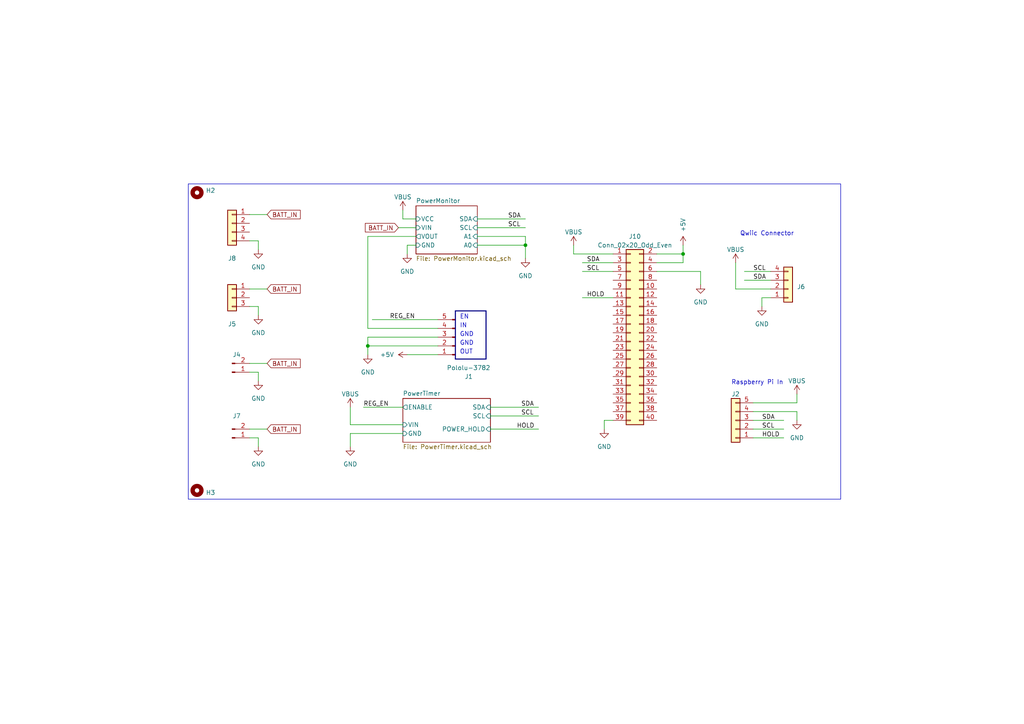
<source format=kicad_sch>
(kicad_sch (version 20220404) (generator eeschema)
  (paper "A4")
  (lib_symbols
    (symbol "Connector:Conn_01x02_Male" (pin_names (offset 1.016) hide)
      (property "Reference" "J" (at 0 2.54 0))
      (property "Value" "Conn_01x02_Male" (at 0 -5.08 0))
      (symbol "Conn_01x02_Male_1_1"
        (polyline (pts (xy 1.27 -2.54) (xy 0.8636 -2.54)) (stroke (width 0.1524)))
        (polyline (pts (xy 1.27 0) (xy 0.8636 0)) (stroke (width 0.1524)))
        (rectangle (start 0.8636 -2.413) (end 0 -2.667) (stroke (width 0.1524)) (fill (type outline)))
        (rectangle (start 0.8636 0.127) (end 0 -0.127) (stroke (width 0.1524)) (fill (type outline)))
        (pin passive line (at 5.08 0 180) (length 3.81) (name "Pin_1") (number "1"))
        (pin passive line (at 5.08 -2.54 180) (length 3.81) (name "Pin_2") (number "2"))
      )
    )
    (symbol "Connector:Conn_01x05_Male" (pin_names (offset 1.016) hide)
      (property "Reference" "J" (at 0 7.62 0))
      (property "Value" "Conn_01x05_Male" (at 0 -7.62 0))
      (symbol "Conn_01x05_Male_1_1"
        (polyline (pts (xy 1.27 -5.08) (xy 0.8636 -5.08)) (stroke (width 0.1524)))
        (polyline (pts (xy 1.27 -2.54) (xy 0.8636 -2.54)) (stroke (width 0.1524)))
        (polyline (pts (xy 1.27 0) (xy 0.8636 0)) (stroke (width 0.1524)))
        (polyline (pts (xy 1.27 2.54) (xy 0.8636 2.54)) (stroke (width 0.1524)))
        (polyline (pts (xy 1.27 5.08) (xy 0.8636 5.08)) (stroke (width 0.1524)))
        (rectangle (start 0.8636 -4.953) (end 0 -5.207) (stroke (width 0.1524)) (fill (type outline)))
        (rectangle (start 0.8636 -2.413) (end 0 -2.667) (stroke (width 0.1524)) (fill (type outline)))
        (rectangle (start 0.8636 0.127) (end 0 -0.127) (stroke (width 0.1524)) (fill (type outline)))
        (rectangle (start 0.8636 2.667) (end 0 2.413) (stroke (width 0.1524)) (fill (type outline)))
        (rectangle (start 0.8636 5.207) (end 0 4.953) (stroke (width 0.1524)) (fill (type outline)))
        (pin passive line (at 5.08 5.08 180) (length 3.81) (name "Pin_1") (number "1"))
        (pin passive line (at 5.08 2.54 180) (length 3.81) (name "Pin_2") (number "2"))
        (pin passive line (at 5.08 0 180) (length 3.81) (name "Pin_3") (number "3"))
        (pin passive line (at 5.08 -2.54 180) (length 3.81) (name "Pin_4") (number "4"))
        (pin passive line (at 5.08 -5.08 180) (length 3.81) (name "Pin_5") (number "5"))
      )
    )
    (symbol "Connector_Generic:Conn_01x03" (pin_names (offset 1.016) hide)
      (property "Reference" "J" (at 0 5.08 0))
      (property "Value" "Conn_01x03" (at 0 -5.08 0))
      (symbol "Conn_01x03_1_1"
        (rectangle (start -1.27 -2.413) (end 0 -2.667) (stroke (width 0.1524)))
        (rectangle (start -1.27 0.127) (end 0 -0.127) (stroke (width 0.1524)))
        (rectangle (start -1.27 2.667) (end 0 2.413) (stroke (width 0.1524)))
        (rectangle (start -1.27 3.81) (end 1.27 -3.81) (stroke (width 0.254)) (fill (type background)))
        (pin passive line (at -5.08 2.54 0) (length 3.81) (name "Pin_1") (number "1"))
        (pin passive line (at -5.08 0 0) (length 3.81) (name "Pin_2") (number "2"))
        (pin passive line (at -5.08 -2.54 0) (length 3.81) (name "Pin_3") (number "3"))
      )
    )
    (symbol "Connector_Generic:Conn_01x04" (pin_names (offset 1.016) hide)
      (property "Reference" "J" (at 0 5.08 0))
      (property "Value" "Conn_01x04" (at 0 -7.62 0))
      (symbol "Conn_01x04_1_1"
        (rectangle (start -1.27 -4.953) (end 0 -5.207) (stroke (width 0.1524)))
        (rectangle (start -1.27 -2.413) (end 0 -2.667) (stroke (width 0.1524)))
        (rectangle (start -1.27 0.127) (end 0 -0.127) (stroke (width 0.1524)))
        (rectangle (start -1.27 2.667) (end 0 2.413) (stroke (width 0.1524)))
        (rectangle (start -1.27 3.81) (end 1.27 -6.35) (stroke (width 0.254)) (fill (type background)))
        (pin passive line (at -5.08 2.54 0) (length 3.81) (name "Pin_1") (number "1"))
        (pin passive line (at -5.08 0 0) (length 3.81) (name "Pin_2") (number "2"))
        (pin passive line (at -5.08 -2.54 0) (length 3.81) (name "Pin_3") (number "3"))
        (pin passive line (at -5.08 -5.08 0) (length 3.81) (name "Pin_4") (number "4"))
      )
    )
    (symbol "Connector_Generic:Conn_01x05" (pin_names (offset 1.016) hide)
      (property "Reference" "J" (at 0 7.62 0))
      (property "Value" "Conn_01x05" (at 0 -7.62 0))
      (symbol "Conn_01x05_1_1"
        (rectangle (start -1.27 -4.953) (end 0 -5.207) (stroke (width 0.1524)))
        (rectangle (start -1.27 -2.413) (end 0 -2.667) (stroke (width 0.1524)))
        (rectangle (start -1.27 0.127) (end 0 -0.127) (stroke (width 0.1524)))
        (rectangle (start -1.27 2.667) (end 0 2.413) (stroke (width 0.1524)))
        (rectangle (start -1.27 5.207) (end 0 4.953) (stroke (width 0.1524)))
        (rectangle (start -1.27 6.35) (end 1.27 -6.35) (stroke (width 0.254)) (fill (type background)))
        (pin passive line (at -5.08 5.08 0) (length 3.81) (name "Pin_1") (number "1"))
        (pin passive line (at -5.08 2.54 0) (length 3.81) (name "Pin_2") (number "2"))
        (pin passive line (at -5.08 0 0) (length 3.81) (name "Pin_3") (number "3"))
        (pin passive line (at -5.08 -2.54 0) (length 3.81) (name "Pin_4") (number "4"))
        (pin passive line (at -5.08 -5.08 0) (length 3.81) (name "Pin_5") (number "5"))
      )
    )
    (symbol "Connector_Generic:Conn_02x20_Odd_Even" (pin_names (offset 1.016) hide)
      (property "Reference" "J" (at 1.27 25.4 0))
      (property "Value" "Conn_02x20_Odd_Even" (at 1.27 -27.94 0))
      (symbol "Conn_02x20_Odd_Even_1_1"
        (rectangle (start -1.27 -25.273) (end 0 -25.527) (stroke (width 0.1524)))
        (rectangle (start -1.27 -22.733) (end 0 -22.987) (stroke (width 0.1524)))
        (rectangle (start -1.27 -20.193) (end 0 -20.447) (stroke (width 0.1524)))
        (rectangle (start -1.27 -17.653) (end 0 -17.907) (stroke (width 0.1524)))
        (rectangle (start -1.27 -15.113) (end 0 -15.367) (stroke (width 0.1524)))
        (rectangle (start -1.27 -12.573) (end 0 -12.827) (stroke (width 0.1524)))
        (rectangle (start -1.27 -10.033) (end 0 -10.287) (stroke (width 0.1524)))
        (rectangle (start -1.27 -7.493) (end 0 -7.747) (stroke (width 0.1524)))
        (rectangle (start -1.27 -4.953) (end 0 -5.207) (stroke (width 0.1524)))
        (rectangle (start -1.27 -2.413) (end 0 -2.667) (stroke (width 0.1524)))
        (rectangle (start -1.27 0.127) (end 0 -0.127) (stroke (width 0.1524)))
        (rectangle (start -1.27 2.667) (end 0 2.413) (stroke (width 0.1524)))
        (rectangle (start -1.27 5.207) (end 0 4.953) (stroke (width 0.1524)))
        (rectangle (start -1.27 7.747) (end 0 7.493) (stroke (width 0.1524)))
        (rectangle (start -1.27 10.287) (end 0 10.033) (stroke (width 0.1524)))
        (rectangle (start -1.27 12.827) (end 0 12.573) (stroke (width 0.1524)))
        (rectangle (start -1.27 15.367) (end 0 15.113) (stroke (width 0.1524)))
        (rectangle (start -1.27 17.907) (end 0 17.653) (stroke (width 0.1524)))
        (rectangle (start -1.27 20.447) (end 0 20.193) (stroke (width 0.1524)))
        (rectangle (start -1.27 22.987) (end 0 22.733) (stroke (width 0.1524)))
        (rectangle (start -1.27 24.13) (end 3.81 -26.67) (stroke (width 0.254)) (fill (type background)))
        (rectangle (start 3.81 -25.273) (end 2.54 -25.527) (stroke (width 0.1524)))
        (rectangle (start 3.81 -22.733) (end 2.54 -22.987) (stroke (width 0.1524)))
        (rectangle (start 3.81 -20.193) (end 2.54 -20.447) (stroke (width 0.1524)))
        (rectangle (start 3.81 -17.653) (end 2.54 -17.907) (stroke (width 0.1524)))
        (rectangle (start 3.81 -15.113) (end 2.54 -15.367) (stroke (width 0.1524)))
        (rectangle (start 3.81 -12.573) (end 2.54 -12.827) (stroke (width 0.1524)))
        (rectangle (start 3.81 -10.033) (end 2.54 -10.287) (stroke (width 0.1524)))
        (rectangle (start 3.81 -7.493) (end 2.54 -7.747) (stroke (width 0.1524)))
        (rectangle (start 3.81 -4.953) (end 2.54 -5.207) (stroke (width 0.1524)))
        (rectangle (start 3.81 -2.413) (end 2.54 -2.667) (stroke (width 0.1524)))
        (rectangle (start 3.81 0.127) (end 2.54 -0.127) (stroke (width 0.1524)))
        (rectangle (start 3.81 2.667) (end 2.54 2.413) (stroke (width 0.1524)))
        (rectangle (start 3.81 5.207) (end 2.54 4.953) (stroke (width 0.1524)))
        (rectangle (start 3.81 7.747) (end 2.54 7.493) (stroke (width 0.1524)))
        (rectangle (start 3.81 10.287) (end 2.54 10.033) (stroke (width 0.1524)))
        (rectangle (start 3.81 12.827) (end 2.54 12.573) (stroke (width 0.1524)))
        (rectangle (start 3.81 15.367) (end 2.54 15.113) (stroke (width 0.1524)))
        (rectangle (start 3.81 17.907) (end 2.54 17.653) (stroke (width 0.1524)))
        (rectangle (start 3.81 20.447) (end 2.54 20.193) (stroke (width 0.1524)))
        (rectangle (start 3.81 22.987) (end 2.54 22.733) (stroke (width 0.1524)))
        (pin passive line (at -5.08 22.86 0) (length 3.81) (name "Pin_1") (number "1"))
        (pin passive line (at 7.62 12.7 180) (length 3.81) (name "Pin_10") (number "10"))
        (pin passive line (at -5.08 10.16 0) (length 3.81) (name "Pin_11") (number "11"))
        (pin passive line (at 7.62 10.16 180) (length 3.81) (name "Pin_12") (number "12"))
        (pin passive line (at -5.08 7.62 0) (length 3.81) (name "Pin_13") (number "13"))
        (pin passive line (at 7.62 7.62 180) (length 3.81) (name "Pin_14") (number "14"))
        (pin passive line (at -5.08 5.08 0) (length 3.81) (name "Pin_15") (number "15"))
        (pin passive line (at 7.62 5.08 180) (length 3.81) (name "Pin_16") (number "16"))
        (pin passive line (at -5.08 2.54 0) (length 3.81) (name "Pin_17") (number "17"))
        (pin passive line (at 7.62 2.54 180) (length 3.81) (name "Pin_18") (number "18"))
        (pin passive line (at -5.08 0 0) (length 3.81) (name "Pin_19") (number "19"))
        (pin passive line (at 7.62 22.86 180) (length 3.81) (name "Pin_2") (number "2"))
        (pin passive line (at 7.62 0 180) (length 3.81) (name "Pin_20") (number "20"))
        (pin passive line (at -5.08 -2.54 0) (length 3.81) (name "Pin_21") (number "21"))
        (pin passive line (at 7.62 -2.54 180) (length 3.81) (name "Pin_22") (number "22"))
        (pin passive line (at -5.08 -5.08 0) (length 3.81) (name "Pin_23") (number "23"))
        (pin passive line (at 7.62 -5.08 180) (length 3.81) (name "Pin_24") (number "24"))
        (pin passive line (at -5.08 -7.62 0) (length 3.81) (name "Pin_25") (number "25"))
        (pin passive line (at 7.62 -7.62 180) (length 3.81) (name "Pin_26") (number "26"))
        (pin passive line (at -5.08 -10.16 0) (length 3.81) (name "Pin_27") (number "27"))
        (pin passive line (at 7.62 -10.16 180) (length 3.81) (name "Pin_28") (number "28"))
        (pin passive line (at -5.08 -12.7 0) (length 3.81) (name "Pin_29") (number "29"))
        (pin passive line (at -5.08 20.32 0) (length 3.81) (name "Pin_3") (number "3"))
        (pin passive line (at 7.62 -12.7 180) (length 3.81) (name "Pin_30") (number "30"))
        (pin passive line (at -5.08 -15.24 0) (length 3.81) (name "Pin_31") (number "31"))
        (pin passive line (at 7.62 -15.24 180) (length 3.81) (name "Pin_32") (number "32"))
        (pin passive line (at -5.08 -17.78 0) (length 3.81) (name "Pin_33") (number "33"))
        (pin passive line (at 7.62 -17.78 180) (length 3.81) (name "Pin_34") (number "34"))
        (pin passive line (at -5.08 -20.32 0) (length 3.81) (name "Pin_35") (number "35"))
        (pin passive line (at 7.62 -20.32 180) (length 3.81) (name "Pin_36") (number "36"))
        (pin passive line (at -5.08 -22.86 0) (length 3.81) (name "Pin_37") (number "37"))
        (pin passive line (at 7.62 -22.86 180) (length 3.81) (name "Pin_38") (number "38"))
        (pin passive line (at -5.08 -25.4 0) (length 3.81) (name "Pin_39") (number "39"))
        (pin passive line (at 7.62 20.32 180) (length 3.81) (name "Pin_4") (number "4"))
        (pin passive line (at 7.62 -25.4 180) (length 3.81) (name "Pin_40") (number "40"))
        (pin passive line (at -5.08 17.78 0) (length 3.81) (name "Pin_5") (number "5"))
        (pin passive line (at 7.62 17.78 180) (length 3.81) (name "Pin_6") (number "6"))
        (pin passive line (at -5.08 15.24 0) (length 3.81) (name "Pin_7") (number "7"))
        (pin passive line (at 7.62 15.24 180) (length 3.81) (name "Pin_8") (number "8"))
        (pin passive line (at -5.08 12.7 0) (length 3.81) (name "Pin_9") (number "9"))
      )
    )
    (symbol "Mechanical:MountingHole" (pin_names (offset 1.016))
      (property "Reference" "H" (at 0 5.08 0))
      (property "Value" "MountingHole" (at 0 3.175 0))
      (symbol "MountingHole_0_1"
        (circle (center 0 0) (radius 1.27) (stroke (width 1.27)))
      )
    )
    (symbol "power:+5V" (power) (pin_names (offset 0))
      (property "Value" "+5V" (at 0 3.556 0))
      (symbol "+5V_0_1"
        (polyline (pts (xy -0.762 1.27) (xy 0 2.54)))
        (polyline (pts (xy 0 0) (xy 0 2.54)))
        (polyline (pts (xy 0 2.54) (xy 0.762 1.27)))
      )
      (symbol "+5V_1_1"
        (pin power_in line (at 0 0 90) (length 0) hide (name "+5V") (number "1"))
      )
    )
    (symbol "power:GND" (power) (pin_names (offset 0))
      (property "Value" "GND" (at 0 -3.81 0))
      (symbol "GND_0_1"
        (polyline (pts (xy 0 0) (xy 0 -1.27) (xy 1.27 -1.27) (xy 0 -2.54) (xy -1.27 -1.27) (xy 0 -1.27)))
      )
      (symbol "GND_1_1"
        (pin power_in line (at 0 0 270) (length 0) hide (name "GND") (number "1"))
      )
    )
    (symbol "power:VBUS" (power) (pin_names (offset 0))
      (property "Value" "VBUS" (at 0 3.81 0))
      (symbol "VBUS_0_1"
        (polyline (pts (xy -0.762 1.27) (xy 0 2.54)))
        (polyline (pts (xy 0 0) (xy 0 2.54)))
        (polyline (pts (xy 0 2.54) (xy 0.762 1.27)))
      )
      (symbol "VBUS_1_1"
        (pin power_in line (at 0 0 90) (length 0) hide (name "VBUS") (number "1"))
      )
    )
  )
  (junction (at 152.4 71.12))
  (junction (at 106.68 100.33))
  (junction (at 198.12 73.66))
  (wire (pts (xy 215.9 81.28) (xy 223.52 81.28)))
  (wire (pts (xy 118.11 71.12) (xy 120.65 71.12)))
  (wire (pts (xy 213.36 76.2) (xy 213.36 83.82)))
  (wire (pts (xy 166.37 71.12) (xy 166.37 73.66)))
  (wire (pts (xy 116.84 63.5) (xy 120.65 63.5)))
  (wire (pts (xy 101.6 123.19) (xy 116.84 123.19)))
  (wire (pts (xy 115.57 66.04) (xy 120.65 66.04)))
  (wire (pts (xy 231.14 119.38) (xy 218.44 119.38)))
  (wire (pts (xy 223.52 86.36) (xy 220.98 86.36)))
  (wire (pts (xy 168.91 78.74) (xy 177.8 78.74)))
  (wire (pts (xy 203.2 82.55) (xy 203.2 78.74)))
  (wire (pts (xy 116.84 60.96) (xy 116.84 63.5)))
  (wire (pts (xy 106.68 100.33) (xy 106.68 102.87)))
  (wire (pts (xy 218.44 121.92) (xy 227.33 121.92)))
  (wire (pts (xy 190.5 76.2) (xy 198.12 76.2)))
  (wire (pts (xy 72.39 127) (xy 74.93 127)))
  (wire (pts (xy 101.6 118.11) (xy 101.6 123.19)))
  (wire (pts (xy 106.68 97.79) (xy 106.68 100.33)))
  (wire (pts (xy 72.39 105.41) (xy 77.47 105.41)))
  (wire (pts (xy 198.12 73.66) (xy 198.12 71.12)))
  (wire (pts (xy 218.44 127) (xy 227.33 127)))
  (wire (pts (xy 168.91 76.2) (xy 177.8 76.2)))
  (wire (pts (xy 116.84 125.73) (xy 101.6 125.73)))
  (wire (pts (xy 72.39 88.9) (xy 74.93 88.9)))
  (wire (pts (xy 142.24 118.11) (xy 156.21 118.11)))
  (wire (pts (xy 106.68 100.33) (xy 127 100.33)))
  (wire (pts (xy 198.12 76.2) (xy 198.12 73.66)))
  (bus (pts (xy 132.08 104.14) (xy 140.97 104.14)))
  (wire (pts (xy 138.43 63.5) (xy 152.4 63.5)))
  (wire (pts (xy 72.39 124.46) (xy 77.47 124.46)))
  (wire (pts (xy 213.36 83.82) (xy 223.52 83.82)))
  (wire (pts (xy 138.43 66.04) (xy 152.4 66.04)))
  (wire (pts (xy 218.44 116.84) (xy 231.14 116.84)))
  (wire (pts (xy 175.26 121.92) (xy 175.26 124.46)))
  (wire (pts (xy 74.93 69.85) (xy 74.93 72.39)))
  (wire (pts (xy 231.14 121.92) (xy 231.14 119.38)))
  (wire (pts (xy 152.4 68.58) (xy 138.43 68.58)))
  (wire (pts (xy 72.39 83.82) (xy 77.47 83.82)))
  (wire (pts (xy 218.44 124.46) (xy 227.33 124.46)))
  (wire (pts (xy 72.39 107.95) (xy 74.93 107.95)))
  (bus (pts (xy 140.97 104.14) (xy 140.97 90.17)))
  (wire (pts (xy 116.84 118.11) (xy 105.41 118.11)))
  (wire (pts (xy 177.8 121.92) (xy 175.26 121.92)))
  (bus (pts (xy 132.08 90.17) (xy 140.97 90.17)))
  (wire (pts (xy 106.68 97.79) (xy 127 97.79)))
  (wire (pts (xy 190.5 73.66) (xy 198.12 73.66)))
  (wire (pts (xy 72.39 62.23) (xy 77.47 62.23)))
  (wire (pts (xy 106.68 68.58) (xy 106.68 95.25)))
  (bus (pts (xy 132.08 90.17) (xy 132.08 104.14)))
  (wire (pts (xy 168.91 86.36) (xy 177.8 86.36)))
  (wire (pts (xy 215.9 78.74) (xy 223.52 78.74)))
  (wire (pts (xy 138.43 71.12) (xy 152.4 71.12)))
  (wire (pts (xy 74.93 127) (xy 74.93 129.54)))
  (wire (pts (xy 142.24 124.46) (xy 156.21 124.46)))
  (wire (pts (xy 152.4 74.93) (xy 152.4 71.12)))
  (wire (pts (xy 231.14 116.84) (xy 231.14 114.3)))
  (wire (pts (xy 107.95 92.71) (xy 127 92.71)))
  (wire (pts (xy 166.37 73.66) (xy 177.8 73.66)))
  (wire (pts (xy 74.93 107.95) (xy 74.93 110.49)))
  (wire (pts (xy 106.68 68.58) (xy 120.65 68.58)))
  (wire (pts (xy 74.93 88.9) (xy 74.93 91.44)))
  (wire (pts (xy 118.11 102.87) (xy 127 102.87)))
  (wire (pts (xy 72.39 69.85) (xy 74.93 69.85)))
  (wire (pts (xy 101.6 125.73) (xy 101.6 129.54)))
  (wire (pts (xy 220.98 86.36) (xy 220.98 88.9)))
  (wire (pts (xy 152.4 71.12) (xy 152.4 68.58)))
  (wire (pts (xy 106.68 95.25) (xy 127 95.25)))
  (wire (pts (xy 142.24 120.65) (xy 156.21 120.65)))
  (wire (pts (xy 118.11 71.12) (xy 118.11 73.66)))
  (wire (pts (xy 203.2 78.74) (xy 190.5 78.74)))
  (rectangle (start 54.61 53.34) (end 243.84 144.78))
  (text "IN" (at 133.35 95.25 0) (effects (font (size 1.27 1.27)) (justify left bottom)))
  (text "Raspberry Pi In" (at 212.09 111.76 0) (effects (font (size 1.27 1.27)) (justify left bottom)))
  (text "EN" (at 133.35 92.71 0) (effects (font (size 1.27 1.27)) (justify left bottom)))
  (text "GND" (at 133.35 100.33 0) (effects (font (size 1.27 1.27)) (justify left bottom)))
  (text "Qwiic Connector" (at 214.63 68.58 0) (effects (font (size 1.27 1.27)) (justify left bottom)))
  (text "GND" (at 133.35 97.79 0) (effects (font (size 1.27 1.27)) (justify left bottom)))
  (text "OUT" (at 133.35 102.87 0) (effects (font (size 1.27 1.27)) (justify left bottom)))
  (label "SCL" (at 170.18 78.74 0))
  (label "SDA" (at 151.13 118.11 0))
  (label "SCL" (at 147.32 66.04 0))
  (label "HOLD" (at 220.98 127 0))
  (label "SCL" (at 151.13 120.65 0))
  (label "HOLD" (at 149.86 124.46 0))
  (label "SDA" (at 147.32 63.5 0))
  (label "SCL" (at 220.98 124.46 0))
  (label "SDA" (at 218.44 81.28 0))
  (label "SCL" (at 218.44 78.74 0))
  (label "REG_EN" (at 113.03 92.71 0))
  (label "REG_EN" (at 105.41 118.11 0))
  (label "SDA" (at 220.98 121.92 0))
  (label "SDA" (at 170.18 76.2 0))
  (label "HOLD" (at 170.18 86.36 0))
  (global_label "BATT_IN" (shape input) (at 77.47 83.82 0) (property "Intersheetrefs" "${INTERSHEET_REFS}" (effects hide)))
  (global_label "BATT_IN" (shape input) (at 115.57 66.04 180) (property "Intersheetrefs" "${INTERSHEET_REFS}" (effects hide)))
  (global_label "BATT_IN" (shape input) (at 77.47 105.41 0) (property "Intersheetrefs" "${INTERSHEET_REFS}" (effects hide)))
  (global_label "BATT_IN" (shape input) (at 77.47 124.46 0) (property "Intersheetrefs" "${INTERSHEET_REFS}" (effects hide)))
  (global_label "BATT_IN" (shape input) (at 77.47 62.23 0) (property "Intersheetrefs" "${INTERSHEET_REFS}" (effects hide)))
  (symbol (lib_id "power:GND") (at 152.4 74.93 0) (unit 1)
    (default_instance (reference "#PWR") (unit 1) (value "GND") (footprint ""))
    (property "Reference" "#PWR0106" (effects hide))
    (property "Value" "GND" (at 152.4 80.01 0))
  )
  (symbol (lib_id "power:VBUS") (at 213.36 76.2 0) (unit 1)
    (default_instance (reference "#PWR") (unit 1) (value "VBUS") (footprint ""))
    (property "Reference" "#PWR0104" (effects hide))
    (property "Value" "VBUS" (at 213.36 72.39 0))
  )
  (symbol (lib_id "Connector_Generic:Conn_01x05") (at 213.36 121.92 180) (unit 1)
    (default_instance (reference "J") (unit 1) (value "Conn_01x05") (footprint ""))
    (property "Reference" "J2" (at 213.36 114.3 0))
    (property "Value" "Conn_01x05" (effects hide))
    (property "Footprint" "Connector_PinHeader_2.54mm:PinHeader_1x05_P2.54mm_Vertical" (effects hide))
  )
  (symbol (lib_id "Connector_Generic:Conn_01x03") (at 67.31 86.36 0) (mirror y) (unit 1)
    (default_instance (reference "J") (unit 1) (value "Conn_01x03") (footprint ""))
    (property "Reference" "J5" (at 67.31 93.98 0))
    (property "Value" "Conn_01x03" (effects hide))
    (property "Footprint" "Connector_JST:JST_XH_S3B-XH-A_1x03_P2.50mm_Horizontal" (effects hide))
    (property "Mfr 1" "JST Sales America Inc." (effects hide))
    (property "Mfr 1 PN" "S3B-XH-A" (effects hide))
    (property "Supplier 1 Link" "https://www.digikey.com/en/products/detail/jst-sales-america-inc/S3B-XH-A/1651048" (effects hide))
  )
  (symbol (lib_id "power:+5V") (at 118.11 102.87 90) (unit 1)
    (default_instance (reference "#PWR") (unit 1) (value "+5V") (footprint ""))
    (property "Reference" "#PWR07" (effects hide))
    (property "Value" "+5V" (at 114.3 102.87 90) (effects (justify left)))
  )
  (symbol (lib_id "power:VBUS") (at 231.14 114.3 0) (unit 1)
    (default_instance (reference "#PWR") (unit 1) (value "VBUS") (footprint ""))
    (property "Reference" "#PWR0122" (effects hide))
    (property "Value" "VBUS" (at 231.14 110.49 0))
  )
  (symbol (lib_id "power:GND") (at 74.93 110.49 0) (unit 1)
    (default_instance (reference "#PWR") (unit 1) (value "GND") (footprint ""))
    (property "Reference" "#PWR0129" (effects hide))
    (property "Value" "GND" (at 74.93 115.57 0))
  )
  (symbol (lib_id "Connector_Generic:Conn_01x04") (at 67.31 64.77 0) (mirror y) (unit 1)
    (default_instance (reference "J") (unit 1) (value "Conn_01x04") (footprint ""))
    (property "Reference" "J8" (at 67.31 74.93 0))
    (property "Value" "Conn_01x04" (effects hide))
    (property "Footprint" "Connector_JST:JST_XH_S4B-XH-A_1x04_P2.50mm_Horizontal" (effects hide))
    (property "Mfr 1" "JST Sales America Inc." (effects hide))
    (property "Mfr 1 PN" "S4B-XH-SM4-TB" (effects hide))
    (property "Supplier 1 Link" "https://www.digikey.com/en/products/detail/jst-sales-america-inc/S4B-XH-SM4-TB/1651064" (effects hide))
  )
  (symbol (lib_id "power:GND") (at 74.93 129.54 0) (unit 1)
    (default_instance (reference "#PWR") (unit 1) (value "GND") (footprint ""))
    (property "Reference" "#PWR0128" (effects hide))
    (property "Value" "GND" (at 74.93 134.62 0))
  )
  (symbol (lib_id "Connector_Generic:Conn_02x20_Odd_Even") (at 182.88 96.52 0) (unit 1)
    (default_instance (reference "J") (unit 1) (value "Conn_02x20_Odd_Even") (footprint ""))
    (property "Reference" "J10" (at 184.15 68.58 0))
    (property "Value" "Conn_02x20_Odd_Even" (at 184.15 71.12 0))
    (property "Footprint" "Connector_PinSocket_2.54mm:PinSocket_2x20_P2.54mm_Vertical" (effects hide))
    (property "Mfr 1" "Oupiin" (effects hide))
    (property "Mfr 1 PN" "2047-2X20G00S3U" (effects hide))
    (property "Supplier 1 Link" "https://www.digikey.com/en/products/detail/oupiin/2047-2X20G00S3U/13251053" (effects hide))
  )
  (symbol (lib_id "power:GND") (at 106.68 102.87 0) (unit 1)
    (default_instance (reference "#PWR") (unit 1) (value "GND") (footprint ""))
    (property "Reference" "#PWR0123" (effects hide))
    (property "Value" "GND" (at 106.68 107.95 0))
  )
  (symbol (lib_id "power:GND") (at 231.14 121.92 0) (unit 1)
    (default_instance (reference "#PWR") (unit 1) (value "GND") (footprint ""))
    (property "Reference" "#PWR0113" (effects hide))
    (property "Value" "GND" (at 231.14 127 0))
  )
  (symbol (lib_id "power:GND") (at 175.26 124.46 0) (unit 1)
    (default_instance (reference "#PWR") (unit 1) (value "GND") (footprint ""))
    (property "Reference" "#PWR0124" (effects hide))
    (property "Value" "GND" (at 175.26 129.54 0))
  )
  (symbol (lib_id "power:+5V") (at 198.12 71.12 0) (unit 1)
    (default_instance (reference "#PWR") (unit 1) (value "+5V") (footprint ""))
    (property "Reference" "#PWR0121" (effects hide))
    (property "Value" "+5V" (at 198.12 67.31 90) (effects (justify left)))
  )
  (symbol (lib_id "Mechanical:MountingHole") (at 57.15 142.24 0) (unit 1)
    (default_instance (reference "H") (unit 1) (value "MountingHole") (footprint ""))
    (property "Reference" "H3" (at 59.69 142.875 0) (effects (justify left)))
    (property "Value" "MountingHole" (effects hide))
    (property "Footprint" "MountingHole:MountingHole_3.2mm_M3_Pad_Via" (effects hide))
    (property "Mfr 1" "NA" (effects hide))
    (property "Mfr 1 PN" "NA" (effects hide))
    (property "Supplier 1 Link" "NA" (effects hide))
  )
  (symbol (lib_id "power:VBUS") (at 101.6 118.11 0) (unit 1)
    (default_instance (reference "#PWR") (unit 1) (value "VBUS") (footprint ""))
    (property "Reference" "#PWR0110" (effects hide))
    (property "Value" "VBUS" (at 101.6 114.3 0))
  )
  (symbol (lib_id "power:GND") (at 74.93 72.39 0) (unit 1)
    (default_instance (reference "#PWR") (unit 1) (value "GND") (footprint ""))
    (property "Reference" "#PWR06" (effects hide))
    (property "Value" "GND" (at 74.93 77.47 0))
  )
  (symbol (lib_id "Connector:Conn_01x05_Male") (at 132.08 97.79 180) (unit 1)
    (default_instance (reference "J") (unit 1) (value "Conn_01x05_Male") (footprint ""))
    (property "Reference" "J1" (at 137.16 109.22 0) (effects (justify left)))
    (property "Value" "Pololu-3782" (at 142.24 106.68 0) (effects (justify left)))
    (property "Footprint" "ADAFRUIT_QT_PY:Pololu-3782" (effects hide))
    (property "Mfr 1" "Pololu" (effects hide))
    (property "Mfr 1 PN" "3782" (effects hide))
    (property "Supplier 1 Link" "https://www.pololu.com/product/3782" (effects hide))
  )
  (symbol (lib_id "power:GND") (at 118.11 73.66 0) (unit 1)
    (default_instance (reference "#PWR") (unit 1) (value "GND") (footprint ""))
    (property "Reference" "#PWR0115" (effects hide))
    (property "Value" "GND" (at 118.11 78.74 0))
  )
  (symbol (lib_id "power:GND") (at 220.98 88.9 0) (unit 1)
    (default_instance (reference "#PWR") (unit 1) (value "GND") (footprint ""))
    (property "Reference" "#PWR0109" (effects hide))
    (property "Value" "GND" (at 220.98 93.98 0))
  )
  (symbol (lib_id "Connector_Generic:Conn_01x04") (at 228.6 83.82 0) (mirror x) (unit 1)
    (default_instance (reference "J") (unit 1) (value "Conn_01x04") (footprint ""))
    (property "Reference" "J6" (at 231.14 83.185 0) (effects (justify left)))
    (property "Value" "Conn_01x04" (effects hide))
    (property "Footprint" "Connector_JST:JST_SH_SM04B-SRSS-TB_1x04-1MP_P1.00mm_Horizontal" (effects hide))
    (property "Mfr 1" "JST Sales America Inc." (effects hide))
    (property "Mfr 1 PN" "S4B-XH-A" (effects hide))
    (property "Supplier 1 Link" "https://www.digikey.com/en/products/detail/jst-sales-america-inc/S4B-XH-A/1651041" (effects hide))
  )
  (symbol (lib_id "Mechanical:MountingHole") (at 57.15 55.88 0) (unit 1)
    (default_instance (reference "H") (unit 1) (value "MountingHole") (footprint ""))
    (property "Reference" "H2" (at 59.69 55.245 0) (effects (justify left)))
    (property "Value" "MountingHole" (effects hide))
    (property "Footprint" "MountingHole:MountingHole_3.2mm_M3_Pad_Via" (effects hide))
    (property "Mfr 1" "NA" (effects hide))
    (property "Mfr 1 PN" "NA" (effects hide))
    (property "Supplier 1 Link" "NA" (effects hide))
  )
  (symbol (lib_id "power:GND") (at 74.93 91.44 0) (unit 1)
    (default_instance (reference "#PWR") (unit 1) (value "GND") (footprint ""))
    (property "Reference" "#PWR0130" (effects hide))
    (property "Value" "GND" (at 74.93 96.52 0))
  )
  (symbol (lib_id "power:VBUS") (at 166.37 71.12 0) (unit 1)
    (default_instance (reference "#PWR") (unit 1) (value "VBUS") (footprint ""))
    (property "Reference" "#PWR0107" (effects hide))
    (property "Value" "VBUS" (at 166.37 67.31 0))
  )
  (symbol (lib_id "power:GND") (at 203.2 82.55 0) (unit 1)
    (default_instance (reference "#PWR") (unit 1) (value "GND") (footprint ""))
    (property "Reference" "#PWR0102" (effects hide))
    (property "Value" "GND" (at 203.2 87.63 0))
  )
  (symbol (lib_id "power:GND") (at 101.6 129.54 0) (unit 1)
    (default_instance (reference "#PWR") (unit 1) (value "GND") (footprint ""))
    (property "Reference" "#PWR0105" (effects hide))
    (property "Value" "GND" (at 101.6 134.62 0))
  )
  (symbol (lib_id "Connector:Conn_01x02_Male") (at 67.31 127 0) (mirror x) (unit 1)
    (default_instance (reference "J") (unit 1) (value "Conn_01x02_Male") (footprint ""))
    (property "Reference" "J7" (at 69.85 120.65 0) (effects (justify right)))
    (property "Value" "Conn_01x02_Male" (effects hide))
    (property "Footprint" "Connector_JST:JST_XH_S2B-XH-A_1x02_P2.50mm_Horizontal" (effects hide))
    (property "Mfr 1" "JST Sales America Inc." (effects hide))
    (property "Mfr 1 PN" "S2B-XH-A" (effects hide))
    (property "Supplier 1 Link" "https://www.digikey.com/en/products/detail/jst-sales-america-inc/S2B-XH-A/1651055" (effects hide))
  )
  (symbol (lib_id "Connector:Conn_01x02_Male") (at 67.31 107.95 0) (mirror x) (unit 1)
    (default_instance (reference "J") (unit 1) (value "Conn_01x02_Male") (footprint ""))
    (property "Reference" "J4" (at 69.85 102.87 0) (effects (justify right)))
    (property "Value" "Conn_01x02_Male" (effects hide))
    (property "Footprint" "Connector_JST:JST_XH_S2B-XH-A_1x02_P2.50mm_Horizontal" (effects hide))
    (property "Mfr 1" "JST Sales America Inc." (effects hide))
    (property "Mfr 1 PN" "S2B-XH-A" (effects hide))
    (property "Supplier 1 Link" "https://www.digikey.com/en/products/detail/jst-sales-america-inc/S2B-XH-A/1651055" (effects hide))
  )
  (symbol (lib_id "power:VBUS") (at 116.84 60.96 0) (unit 1)
    (default_instance (reference "#PWR") (unit 1) (value "VBUS") (footprint ""))
    (property "Reference" "#PWR0120" (effects hide))
    (property "Value" "VBUS" (at 116.84 57.15 0))
  )
  (sheet (at 120.65 59.69) (size 17.78 13.97) (stroke (width 0.1524))
    (property "Sheetname" "PowerMonitor" (at 120.65 58.9784 0) (effects (justify left bottom)))
    (property "Sheetfile" "PowerMonitor.kicad_sch" (at 120.65 74.2446 0) (effects (justify left top)))
    (pin "VCC" input (at 120.65 63.5 180))
    (pin "VIN" input (at 120.65 66.04 180))
    (pin "GND" input (at 120.65 71.12 180))
    (pin "SDA" input (at 138.43 63.5 0))
    (pin "SCL" input (at 138.43 66.04 0))
    (pin "A1" input (at 138.43 68.58 0))
    (pin "A0" input (at 138.43 71.12 0))
    (pin "VOUT" output (at 120.65 68.58 180))
  )
  (sheet (at 116.84 115.57) (size 25.4 12.7) (stroke (width 0.1524))
    (property "Sheetname" "PowerTimer" (at 116.84 114.8584 0) (effects (justify left bottom)))
    (property "Sheetfile" "PowerTimer.kicad_sch" (at 116.84 128.8546 0) (effects (justify left top)))
    (pin "ENABLE" output (at 116.84 118.11 180))
    (pin "VIN" input (at 116.84 123.19 180))
    (pin "SDA" input (at 142.24 118.11 0))
    (pin "SCL" input (at 142.24 120.65 0))
    (pin "GND" input (at 116.84 125.73 180))
    (pin "POWER_HOLD" input (at 142.24 124.46 0))
  )
)
</source>
